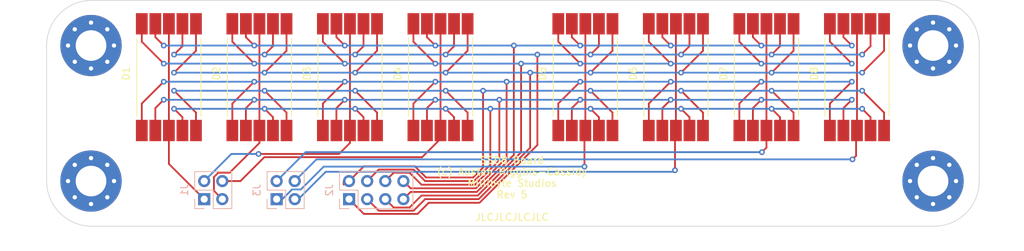
<source format=kicad_pcb>
(kicad_pcb (version 20171130) (host pcbnew "(5.1.8)-1")

  (general
    (thickness 1.6)
    (drawings 10)
    (tracks 393)
    (zones 0)
    (modules 15)
    (nets 17)
  )

  (page A4)
  (layers
    (0 F.Cu signal)
    (31 B.Cu signal)
    (32 B.Adhes user)
    (33 F.Adhes user)
    (34 B.Paste user)
    (35 F.Paste user)
    (36 B.SilkS user)
    (37 F.SilkS user)
    (38 B.Mask user)
    (39 F.Mask user)
    (40 Dwgs.User user)
    (41 Cmts.User user)
    (42 Eco1.User user)
    (43 Eco2.User user)
    (44 Edge.Cuts user)
    (45 Margin user)
    (46 B.CrtYd user)
    (47 F.CrtYd user)
    (48 B.Fab user)
    (49 F.Fab user)
  )

  (setup
    (last_trace_width 0.25)
    (trace_clearance 0.2)
    (zone_clearance 0.508)
    (zone_45_only no)
    (trace_min 0.2)
    (via_size 0.8)
    (via_drill 0.4)
    (via_min_size 0.4)
    (via_min_drill 0.3)
    (uvia_size 0.3)
    (uvia_drill 0.1)
    (uvias_allowed no)
    (uvia_min_size 0.2)
    (uvia_min_drill 0.1)
    (edge_width 0.1)
    (segment_width 0.2)
    (pcb_text_width 0.3)
    (pcb_text_size 1.5 1.5)
    (mod_edge_width 0.15)
    (mod_text_size 1 1)
    (mod_text_width 0.15)
    (pad_size 1.524 1.524)
    (pad_drill 0.762)
    (pad_to_mask_clearance 0)
    (aux_axis_origin 0 0)
    (visible_elements 7FFFFFFF)
    (pcbplotparams
      (layerselection 0x010fc_ffffffff)
      (usegerberextensions false)
      (usegerberattributes true)
      (usegerberadvancedattributes true)
      (creategerberjobfile true)
      (excludeedgelayer true)
      (linewidth 0.100000)
      (plotframeref false)
      (viasonmask false)
      (mode 1)
      (useauxorigin false)
      (hpglpennumber 1)
      (hpglpenspeed 20)
      (hpglpendiameter 15.000000)
      (psnegative false)
      (psa4output false)
      (plotreference true)
      (plotvalue true)
      (plotinvisibletext false)
      (padsonsilk false)
      (subtractmaskfromsilk false)
      (outputformat 1)
      (mirror false)
      (drillshape 0)
      (scaleselection 1)
      (outputdirectory "SSD8/"))
  )

  (net 0 "")
  (net 1 /SEG_G)
  (net 2 /SEG_F)
  (net 3 /DIG_0)
  (net 4 /SEG_A)
  (net 5 /SEG_B)
  (net 6 /SEG_DP)
  (net 7 /SEG_C)
  (net 8 /SEG_D)
  (net 9 /SEG_E)
  (net 10 /DIG_4)
  (net 11 /DIG_1)
  (net 12 /DIG_5)
  (net 13 /DIG_2)
  (net 14 /DIG_6)
  (net 15 /DIG_3)
  (net 16 /DIG_7)

  (net_class Default "This is the default net class."
    (clearance 0.2)
    (trace_width 0.25)
    (via_dia 0.8)
    (via_drill 0.4)
    (uvia_dia 0.3)
    (uvia_drill 0.1)
    (add_net /DIG_0)
    (add_net /DIG_1)
    (add_net /DIG_2)
    (add_net /DIG_3)
    (add_net /DIG_4)
    (add_net /DIG_5)
    (add_net /DIG_6)
    (add_net /DIG_7)
    (add_net /SEG_A)
    (add_net /SEG_B)
    (add_net /SEG_C)
    (add_net /SEG_D)
    (add_net /SEG_DP)
    (add_net /SEG_E)
    (add_net /SEG_F)
    (add_net /SEG_G)
  )

  (module Connector_PinSocket_2.54mm:PinSocket_2x04_P2.54mm_Vertical (layer B.Cu) (tedit 5A19A422) (tstamp 6010280C)
    (at 55.88 40.64 270)
    (descr "Through hole straight socket strip, 2x04, 2.54mm pitch, double cols (from Kicad 4.0.7), script generated")
    (tags "Through hole socket strip THT 2x04 2.54mm double row")
    (path /60134827)
    (fp_text reference J2 (at -1.27 2.77 270) (layer B.SilkS)
      (effects (font (size 1 1) (thickness 0.15)) (justify mirror))
    )
    (fp_text value Conn_02x04_Odd_Even (at -1.27 -10.39 270) (layer B.Fab)
      (effects (font (size 1 1) (thickness 0.15)) (justify mirror))
    )
    (fp_line (start -3.81 1.27) (end 0.27 1.27) (layer B.Fab) (width 0.1))
    (fp_line (start 0.27 1.27) (end 1.27 0.27) (layer B.Fab) (width 0.1))
    (fp_line (start 1.27 0.27) (end 1.27 -8.89) (layer B.Fab) (width 0.1))
    (fp_line (start 1.27 -8.89) (end -3.81 -8.89) (layer B.Fab) (width 0.1))
    (fp_line (start -3.81 -8.89) (end -3.81 1.27) (layer B.Fab) (width 0.1))
    (fp_line (start -3.87 1.33) (end -1.27 1.33) (layer B.SilkS) (width 0.12))
    (fp_line (start -3.87 1.33) (end -3.87 -8.95) (layer B.SilkS) (width 0.12))
    (fp_line (start -3.87 -8.95) (end 1.33 -8.95) (layer B.SilkS) (width 0.12))
    (fp_line (start 1.33 -1.27) (end 1.33 -8.95) (layer B.SilkS) (width 0.12))
    (fp_line (start -1.27 -1.27) (end 1.33 -1.27) (layer B.SilkS) (width 0.12))
    (fp_line (start -1.27 1.33) (end -1.27 -1.27) (layer B.SilkS) (width 0.12))
    (fp_line (start 1.33 1.33) (end 1.33 0) (layer B.SilkS) (width 0.12))
    (fp_line (start 0 1.33) (end 1.33 1.33) (layer B.SilkS) (width 0.12))
    (fp_line (start -4.34 1.8) (end 1.76 1.8) (layer B.CrtYd) (width 0.05))
    (fp_line (start 1.76 1.8) (end 1.76 -9.4) (layer B.CrtYd) (width 0.05))
    (fp_line (start 1.76 -9.4) (end -4.34 -9.4) (layer B.CrtYd) (width 0.05))
    (fp_line (start -4.34 -9.4) (end -4.34 1.8) (layer B.CrtYd) (width 0.05))
    (fp_text user %R (at -1.27 -3.81) (layer B.Fab)
      (effects (font (size 1 1) (thickness 0.15)) (justify mirror))
    )
    (pad 1 thru_hole rect (at 0 0 270) (size 1.7 1.7) (drill 1) (layers *.Cu *.Mask)
      (net 2 /SEG_F))
    (pad 2 thru_hole oval (at -2.54 0 270) (size 1.7 1.7) (drill 1) (layers *.Cu *.Mask)
      (net 9 /SEG_E))
    (pad 3 thru_hole oval (at 0 -2.54 270) (size 1.7 1.7) (drill 1) (layers *.Cu *.Mask)
      (net 1 /SEG_G))
    (pad 4 thru_hole oval (at -2.54 -2.54 270) (size 1.7 1.7) (drill 1) (layers *.Cu *.Mask)
      (net 8 /SEG_D))
    (pad 5 thru_hole oval (at 0 -5.08 270) (size 1.7 1.7) (drill 1) (layers *.Cu *.Mask)
      (net 5 /SEG_B))
    (pad 6 thru_hole oval (at -2.54 -5.08 270) (size 1.7 1.7) (drill 1) (layers *.Cu *.Mask)
      (net 7 /SEG_C))
    (pad 7 thru_hole oval (at 0 -7.62 270) (size 1.7 1.7) (drill 1) (layers *.Cu *.Mask)
      (net 4 /SEG_A))
    (pad 8 thru_hole oval (at -2.54 -7.62 270) (size 1.7 1.7) (drill 1) (layers *.Cu *.Mask)
      (net 6 /SEG_DP))
    (model ${KISYS3DMOD}/Connector_PinSocket_2.54mm.3dshapes/PinSocket_2x04_P2.54mm_Vertical.wrl
      (at (xyz 0 0 0))
      (scale (xyz 1 1 1))
      (rotate (xyz 0 0 0))
    )
  )

  (module Disarmed:MountingHole_4.3mm_M4_Pad_Via (layer F.Cu) (tedit 5FFEF6A9) (tstamp 60102FB1)
    (at 19.685 38.1)
    (descr "Mounting Hole 4.3mm, M4")
    (tags "mounting hole 4.3mm m4")
    (attr virtual)
    (fp_text reference REF** (at 0 -5.3) (layer F.SilkS) hide
      (effects (font (size 1 1) (thickness 0.15)))
    )
    (fp_text value MountingHole_4.3mm_M4_Pad_Via (at 0 5.3) (layer F.Fab)
      (effects (font (size 1 1) (thickness 0.15)))
    )
    (fp_circle (center 0 0) (end 4.55 0) (layer F.CrtYd) (width 0.05))
    (fp_circle (center 0 0) (end 4.3 0) (layer Cmts.User) (width 0.15))
    (fp_text user %R (at 0.3 0) (layer F.Fab)
      (effects (font (size 1 1) (thickness 0.15)))
    )
    (pad "" np_thru_hole circle (at 0 0) (size 8.6 8.6) (drill 4.3) (layers *.Cu *.Mask))
    (pad "" np_thru_hole circle (at 3.225 0) (size 0.9 0.9) (drill 0.6) (layers *.Cu *.Mask))
    (pad "" np_thru_hole circle (at 2.280419 2.280419) (size 0.9 0.9) (drill 0.6) (layers *.Cu *.Mask))
    (pad "" np_thru_hole circle (at 0 3.225) (size 0.9 0.9) (drill 0.6) (layers *.Cu *.Mask))
    (pad "" np_thru_hole circle (at -2.280419 2.280419) (size 0.9 0.9) (drill 0.6) (layers *.Cu *.Mask))
    (pad "" np_thru_hole circle (at -3.225 0) (size 0.9 0.9) (drill 0.6) (layers *.Cu *.Mask))
    (pad "" np_thru_hole circle (at -2.280419 -2.280419) (size 0.9 0.9) (drill 0.6) (layers *.Cu *.Mask))
    (pad "" np_thru_hole circle (at 0 -3.225) (size 0.9 0.9) (drill 0.6) (layers *.Cu *.Mask))
    (pad "" np_thru_hole circle (at 2.280419 -2.280419) (size 0.9 0.9) (drill 0.6) (layers *.Cu *.Mask))
  )

  (module Disarmed:MountingHole_4.3mm_M4_Pad_Via (layer F.Cu) (tedit 5FFEF6A9) (tstamp 60102F56)
    (at 19.685 19.05)
    (descr "Mounting Hole 4.3mm, M4")
    (tags "mounting hole 4.3mm m4")
    (attr virtual)
    (fp_text reference REF** (at 0 -5.3) (layer F.SilkS) hide
      (effects (font (size 1 1) (thickness 0.15)))
    )
    (fp_text value MountingHole_4.3mm_M4_Pad_Via (at 0 5.3) (layer F.Fab)
      (effects (font (size 1 1) (thickness 0.15)))
    )
    (fp_circle (center 0 0) (end 4.55 0) (layer F.CrtYd) (width 0.05))
    (fp_circle (center 0 0) (end 4.3 0) (layer Cmts.User) (width 0.15))
    (fp_text user %R (at 0.3 0) (layer F.Fab)
      (effects (font (size 1 1) (thickness 0.15)))
    )
    (pad "" np_thru_hole circle (at 0 0) (size 8.6 8.6) (drill 4.3) (layers *.Cu *.Mask))
    (pad "" np_thru_hole circle (at 3.225 0) (size 0.9 0.9) (drill 0.6) (layers *.Cu *.Mask))
    (pad "" np_thru_hole circle (at 2.280419 2.280419) (size 0.9 0.9) (drill 0.6) (layers *.Cu *.Mask))
    (pad "" np_thru_hole circle (at 0 3.225) (size 0.9 0.9) (drill 0.6) (layers *.Cu *.Mask))
    (pad "" np_thru_hole circle (at -2.280419 2.280419) (size 0.9 0.9) (drill 0.6) (layers *.Cu *.Mask))
    (pad "" np_thru_hole circle (at -3.225 0) (size 0.9 0.9) (drill 0.6) (layers *.Cu *.Mask))
    (pad "" np_thru_hole circle (at -2.280419 -2.280419) (size 0.9 0.9) (drill 0.6) (layers *.Cu *.Mask))
    (pad "" np_thru_hole circle (at 0 -3.225) (size 0.9 0.9) (drill 0.6) (layers *.Cu *.Mask))
    (pad "" np_thru_hole circle (at 2.280419 -2.280419) (size 0.9 0.9) (drill 0.6) (layers *.Cu *.Mask))
  )

  (module Disarmed:MountingHole_4.3mm_M4_Pad_Via (layer F.Cu) (tedit 5FFEF6A9) (tstamp 60102EFB)
    (at 137.795 38.1)
    (descr "Mounting Hole 4.3mm, M4")
    (tags "mounting hole 4.3mm m4")
    (attr virtual)
    (fp_text reference REF** (at 0 -5.3) (layer F.SilkS) hide
      (effects (font (size 1 1) (thickness 0.15)))
    )
    (fp_text value MountingHole_4.3mm_M4_Pad_Via (at 0 5.3) (layer F.Fab)
      (effects (font (size 1 1) (thickness 0.15)))
    )
    (fp_circle (center 0 0) (end 4.55 0) (layer F.CrtYd) (width 0.05))
    (fp_circle (center 0 0) (end 4.3 0) (layer Cmts.User) (width 0.15))
    (fp_text user %R (at 0.3 0) (layer F.Fab)
      (effects (font (size 1 1) (thickness 0.15)))
    )
    (pad "" np_thru_hole circle (at 0 0) (size 8.6 8.6) (drill 4.3) (layers *.Cu *.Mask))
    (pad "" np_thru_hole circle (at 3.225 0) (size 0.9 0.9) (drill 0.6) (layers *.Cu *.Mask))
    (pad "" np_thru_hole circle (at 2.280419 2.280419) (size 0.9 0.9) (drill 0.6) (layers *.Cu *.Mask))
    (pad "" np_thru_hole circle (at 0 3.225) (size 0.9 0.9) (drill 0.6) (layers *.Cu *.Mask))
    (pad "" np_thru_hole circle (at -2.280419 2.280419) (size 0.9 0.9) (drill 0.6) (layers *.Cu *.Mask))
    (pad "" np_thru_hole circle (at -3.225 0) (size 0.9 0.9) (drill 0.6) (layers *.Cu *.Mask))
    (pad "" np_thru_hole circle (at -2.280419 -2.280419) (size 0.9 0.9) (drill 0.6) (layers *.Cu *.Mask))
    (pad "" np_thru_hole circle (at 0 -3.225) (size 0.9 0.9) (drill 0.6) (layers *.Cu *.Mask))
    (pad "" np_thru_hole circle (at 2.280419 -2.280419) (size 0.9 0.9) (drill 0.6) (layers *.Cu *.Mask))
  )

  (module Disarmed:MountingHole_4.3mm_M4_Pad_Via (layer F.Cu) (tedit 5FFEF6A9) (tstamp 60102EA0)
    (at 137.795 19.05)
    (descr "Mounting Hole 4.3mm, M4")
    (tags "mounting hole 4.3mm m4")
    (attr virtual)
    (fp_text reference REF** (at 0 -5.3) (layer F.SilkS) hide
      (effects (font (size 1 1) (thickness 0.15)))
    )
    (fp_text value MountingHole_4.3mm_M4_Pad_Via (at 0 5.3) (layer F.Fab)
      (effects (font (size 1 1) (thickness 0.15)))
    )
    (fp_circle (center 0 0) (end 4.55 0) (layer F.CrtYd) (width 0.05))
    (fp_circle (center 0 0) (end 4.3 0) (layer Cmts.User) (width 0.15))
    (fp_text user %R (at 0.3 0) (layer F.Fab)
      (effects (font (size 1 1) (thickness 0.15)))
    )
    (pad "" np_thru_hole circle (at 0 0) (size 8.6 8.6) (drill 4.3) (layers *.Cu *.Mask))
    (pad "" np_thru_hole circle (at 3.225 0) (size 0.9 0.9) (drill 0.6) (layers *.Cu *.Mask))
    (pad "" np_thru_hole circle (at 2.280419 2.280419) (size 0.9 0.9) (drill 0.6) (layers *.Cu *.Mask))
    (pad "" np_thru_hole circle (at 0 3.225) (size 0.9 0.9) (drill 0.6) (layers *.Cu *.Mask))
    (pad "" np_thru_hole circle (at -2.280419 2.280419) (size 0.9 0.9) (drill 0.6) (layers *.Cu *.Mask))
    (pad "" np_thru_hole circle (at -3.225 0) (size 0.9 0.9) (drill 0.6) (layers *.Cu *.Mask))
    (pad "" np_thru_hole circle (at -2.280419 -2.280419) (size 0.9 0.9) (drill 0.6) (layers *.Cu *.Mask))
    (pad "" np_thru_hole circle (at 0 -3.225) (size 0.9 0.9) (drill 0.6) (layers *.Cu *.Mask))
    (pad "" np_thru_hole circle (at 2.280419 -2.280419) (size 0.9 0.9) (drill 0.6) (layers *.Cu *.Mask))
  )

  (module Disarmed:VDMRX10C0 (layer F.Cu) (tedit 600F4568) (tstamp 600FBAF1)
    (at 68.707 23.495)
    (path /60748DE7)
    (fp_text reference D4 (at -6 -0.5 90) (layer F.SilkS)
      (effects (font (size 1 1) (thickness 0.15)))
    )
    (fp_text value HDSP-5500 (at 0 0 90) (layer F.Fab)
      (effects (font (size 1 1) (thickness 0.15)))
    )
    (fp_line (start 4.5 5.5) (end 4.5 -5.5) (layer F.SilkS) (width 0.12))
    (fp_line (start -4.5 5.5) (end -4.5 -5.5) (layer F.SilkS) (width 0.12))
    (fp_line (start -5.5 -9.5) (end -5.5 9.5) (layer F.CrtYd) (width 0.12))
    (fp_line (start -5.5 9.5) (end 5.5 9.5) (layer F.CrtYd) (width 0.12))
    (fp_line (start 5.5 9.5) (end 5.5 -9.5) (layer F.CrtYd) (width 0.12))
    (fp_line (start 5.5 -9.5) (end -5.5 -9.5) (layer F.CrtYd) (width 0.12))
    (fp_line (start -5 -6) (end -5 6) (layer F.Fab) (width 0.12))
    (fp_line (start -5 6) (end 5 6) (layer F.Fab) (width 0.12))
    (fp_line (start 5 6) (end 5 -6) (layer F.Fab) (width 0.12))
    (fp_line (start 5 -6) (end -5 -6) (layer F.Fab) (width 0.12))
    (pad 10 smd rect (at 3.8 -7.5) (size 1.65 3) (layers F.Cu F.Paste F.Mask)
      (net 1 /SEG_G) (clearance 0.2875))
    (pad 9 smd rect (at 1.9 -7.5) (size 1.65 3) (layers F.Cu F.Paste F.Mask)
      (net 2 /SEG_F) (clearance 0.2875))
    (pad 8 smd rect (at 0 -7.5) (size 1.65 3) (layers F.Cu F.Paste F.Mask)
      (net 15 /DIG_3) (clearance 0.2875))
    (pad 7 smd rect (at -1.9 -7.5) (size 1.65 3) (layers F.Cu F.Paste F.Mask)
      (net 4 /SEG_A) (clearance 0.2875))
    (pad 6 smd rect (at -3.8 -7.5) (size 1.65 3) (layers F.Cu F.Paste F.Mask)
      (net 5 /SEG_B) (clearance 0.2875))
    (pad 5 smd rect (at -3.8 7.5) (size 1.65 3) (layers F.Cu F.Paste F.Mask)
      (net 6 /SEG_DP) (clearance 0.2875))
    (pad 4 smd rect (at -1.9 7.5) (size 1.65 3) (layers F.Cu F.Paste F.Mask)
      (net 7 /SEG_C) (clearance 0.2875))
    (pad 3 smd rect (at 0 7.5) (size 1.65 3) (layers F.Cu F.Paste F.Mask)
      (net 15 /DIG_3) (clearance 0.2875))
    (pad 2 smd rect (at 1.9 7.5) (size 1.65 3) (layers F.Cu F.Paste F.Mask)
      (net 8 /SEG_D) (clearance 0.2875))
    (pad 1 smd rect (at 3.8 7.5) (size 1.65 3) (layers F.Cu F.Paste F.Mask)
      (net 9 /SEG_E) (clearance 0.2875))
  )

  (module Disarmed:VDMRX10C0 (layer F.Cu) (tedit 600F4568) (tstamp 600F4C88)
    (at 30.607 23.495)
    (path /60748DDB)
    (fp_text reference D1 (at -6 -0.5 90) (layer F.SilkS)
      (effects (font (size 1 1) (thickness 0.15)))
    )
    (fp_text value HDSP-5500 (at 0 0 90) (layer F.Fab)
      (effects (font (size 1 1) (thickness 0.15)))
    )
    (fp_line (start 4.5 5.5) (end 4.5 -5.5) (layer F.SilkS) (width 0.12))
    (fp_line (start -4.5 5.5) (end -4.5 -5.5) (layer F.SilkS) (width 0.12))
    (fp_line (start -5.5 -9.5) (end -5.5 9.5) (layer F.CrtYd) (width 0.12))
    (fp_line (start -5.5 9.5) (end 5.5 9.5) (layer F.CrtYd) (width 0.12))
    (fp_line (start 5.5 9.5) (end 5.5 -9.5) (layer F.CrtYd) (width 0.12))
    (fp_line (start 5.5 -9.5) (end -5.5 -9.5) (layer F.CrtYd) (width 0.12))
    (fp_line (start -5 -6) (end -5 6) (layer F.Fab) (width 0.12))
    (fp_line (start -5 6) (end 5 6) (layer F.Fab) (width 0.12))
    (fp_line (start 5 6) (end 5 -6) (layer F.Fab) (width 0.12))
    (fp_line (start 5 -6) (end -5 -6) (layer F.Fab) (width 0.12))
    (pad 10 smd rect (at 3.8 -7.5) (size 1.65 3) (layers F.Cu F.Paste F.Mask)
      (net 1 /SEG_G) (clearance 0.2875))
    (pad 9 smd rect (at 1.9 -7.5) (size 1.65 3) (layers F.Cu F.Paste F.Mask)
      (net 2 /SEG_F) (clearance 0.2875))
    (pad 8 smd rect (at 0 -7.5) (size 1.65 3) (layers F.Cu F.Paste F.Mask)
      (net 3 /DIG_0) (clearance 0.2875))
    (pad 7 smd rect (at -1.9 -7.5) (size 1.65 3) (layers F.Cu F.Paste F.Mask)
      (net 4 /SEG_A) (clearance 0.2875))
    (pad 6 smd rect (at -3.8 -7.5) (size 1.65 3) (layers F.Cu F.Paste F.Mask)
      (net 5 /SEG_B) (clearance 0.2875))
    (pad 5 smd rect (at -3.8 7.5) (size 1.65 3) (layers F.Cu F.Paste F.Mask)
      (net 6 /SEG_DP) (clearance 0.2875))
    (pad 4 smd rect (at -1.9 7.5) (size 1.65 3) (layers F.Cu F.Paste F.Mask)
      (net 7 /SEG_C) (clearance 0.2875))
    (pad 3 smd rect (at 0 7.5) (size 1.65 3) (layers F.Cu F.Paste F.Mask)
      (net 3 /DIG_0) (clearance 0.2875))
    (pad 2 smd rect (at 1.9 7.5) (size 1.65 3) (layers F.Cu F.Paste F.Mask)
      (net 8 /SEG_D) (clearance 0.2875))
    (pad 1 smd rect (at 3.8 7.5) (size 1.65 3) (layers F.Cu F.Paste F.Mask)
      (net 9 /SEG_E) (clearance 0.2875))
  )

  (module Disarmed:VDMRX10C0 (layer F.Cu) (tedit 600F4568) (tstamp 600F5069)
    (at 89.027 23.495)
    (path /6046EB5C)
    (fp_text reference D5 (at -6 -0.5 90) (layer F.SilkS)
      (effects (font (size 1 1) (thickness 0.15)))
    )
    (fp_text value HDSP-5500 (at 0 0 90) (layer F.Fab)
      (effects (font (size 1 1) (thickness 0.15)))
    )
    (fp_line (start 4.5 5.5) (end 4.5 -5.5) (layer F.SilkS) (width 0.12))
    (fp_line (start -4.5 5.5) (end -4.5 -5.5) (layer F.SilkS) (width 0.12))
    (fp_line (start -5.5 -9.5) (end -5.5 9.5) (layer F.CrtYd) (width 0.12))
    (fp_line (start -5.5 9.5) (end 5.5 9.5) (layer F.CrtYd) (width 0.12))
    (fp_line (start 5.5 9.5) (end 5.5 -9.5) (layer F.CrtYd) (width 0.12))
    (fp_line (start 5.5 -9.5) (end -5.5 -9.5) (layer F.CrtYd) (width 0.12))
    (fp_line (start -5 -6) (end -5 6) (layer F.Fab) (width 0.12))
    (fp_line (start -5 6) (end 5 6) (layer F.Fab) (width 0.12))
    (fp_line (start 5 6) (end 5 -6) (layer F.Fab) (width 0.12))
    (fp_line (start 5 -6) (end -5 -6) (layer F.Fab) (width 0.12))
    (pad 10 smd rect (at 3.8 -7.5) (size 1.65 3) (layers F.Cu F.Paste F.Mask)
      (net 1 /SEG_G) (clearance 0.2875))
    (pad 9 smd rect (at 1.9 -7.5) (size 1.65 3) (layers F.Cu F.Paste F.Mask)
      (net 2 /SEG_F) (clearance 0.2875))
    (pad 8 smd rect (at 0 -7.5) (size 1.65 3) (layers F.Cu F.Paste F.Mask)
      (net 10 /DIG_4) (clearance 0.2875))
    (pad 7 smd rect (at -1.9 -7.5) (size 1.65 3) (layers F.Cu F.Paste F.Mask)
      (net 4 /SEG_A) (clearance 0.2875))
    (pad 6 smd rect (at -3.8 -7.5) (size 1.65 3) (layers F.Cu F.Paste F.Mask)
      (net 5 /SEG_B) (clearance 0.2875))
    (pad 5 smd rect (at -3.8 7.5) (size 1.65 3) (layers F.Cu F.Paste F.Mask)
      (net 6 /SEG_DP) (clearance 0.2875))
    (pad 4 smd rect (at -1.9 7.5) (size 1.65 3) (layers F.Cu F.Paste F.Mask)
      (net 7 /SEG_C) (clearance 0.2875))
    (pad 3 smd rect (at 0 7.5) (size 1.65 3) (layers F.Cu F.Paste F.Mask)
      (net 10 /DIG_4) (clearance 0.2875))
    (pad 2 smd rect (at 1.9 7.5) (size 1.65 3) (layers F.Cu F.Paste F.Mask)
      (net 8 /SEG_D) (clearance 0.2875))
    (pad 1 smd rect (at 3.8 7.5) (size 1.65 3) (layers F.Cu F.Paste F.Mask)
      (net 9 /SEG_E) (clearance 0.2875))
  )

  (module Disarmed:VDMRX10C0 (layer F.Cu) (tedit 600F4568) (tstamp 600F4CB8)
    (at 43.307 23.495)
    (path /60748DD5)
    (fp_text reference D2 (at -6 -0.5 90) (layer F.SilkS)
      (effects (font (size 1 1) (thickness 0.15)))
    )
    (fp_text value HDSP-5500 (at 0 0 90) (layer F.Fab)
      (effects (font (size 1 1) (thickness 0.15)))
    )
    (fp_line (start 5 -6) (end -5 -6) (layer F.Fab) (width 0.12))
    (fp_line (start 5 6) (end 5 -6) (layer F.Fab) (width 0.12))
    (fp_line (start -5 6) (end 5 6) (layer F.Fab) (width 0.12))
    (fp_line (start -5 -6) (end -5 6) (layer F.Fab) (width 0.12))
    (fp_line (start 5.5 -9.5) (end -5.5 -9.5) (layer F.CrtYd) (width 0.12))
    (fp_line (start 5.5 9.5) (end 5.5 -9.5) (layer F.CrtYd) (width 0.12))
    (fp_line (start -5.5 9.5) (end 5.5 9.5) (layer F.CrtYd) (width 0.12))
    (fp_line (start -5.5 -9.5) (end -5.5 9.5) (layer F.CrtYd) (width 0.12))
    (fp_line (start -4.5 5.5) (end -4.5 -5.5) (layer F.SilkS) (width 0.12))
    (fp_line (start 4.5 5.5) (end 4.5 -5.5) (layer F.SilkS) (width 0.12))
    (pad 1 smd rect (at 3.8 7.5) (size 1.65 3) (layers F.Cu F.Paste F.Mask)
      (net 9 /SEG_E) (clearance 0.2875))
    (pad 2 smd rect (at 1.9 7.5) (size 1.65 3) (layers F.Cu F.Paste F.Mask)
      (net 8 /SEG_D) (clearance 0.2875))
    (pad 3 smd rect (at 0 7.5) (size 1.65 3) (layers F.Cu F.Paste F.Mask)
      (net 11 /DIG_1) (clearance 0.2875))
    (pad 4 smd rect (at -1.9 7.5) (size 1.65 3) (layers F.Cu F.Paste F.Mask)
      (net 7 /SEG_C) (clearance 0.2875))
    (pad 5 smd rect (at -3.8 7.5) (size 1.65 3) (layers F.Cu F.Paste F.Mask)
      (net 6 /SEG_DP) (clearance 0.2875))
    (pad 6 smd rect (at -3.8 -7.5) (size 1.65 3) (layers F.Cu F.Paste F.Mask)
      (net 5 /SEG_B) (clearance 0.2875))
    (pad 7 smd rect (at -1.9 -7.5) (size 1.65 3) (layers F.Cu F.Paste F.Mask)
      (net 4 /SEG_A) (clearance 0.2875))
    (pad 8 smd rect (at 0 -7.5) (size 1.65 3) (layers F.Cu F.Paste F.Mask)
      (net 11 /DIG_1) (clearance 0.2875))
    (pad 9 smd rect (at 1.9 -7.5) (size 1.65 3) (layers F.Cu F.Paste F.Mask)
      (net 2 /SEG_F) (clearance 0.2875))
    (pad 10 smd rect (at 3.8 -7.5) (size 1.65 3) (layers F.Cu F.Paste F.Mask)
      (net 1 /SEG_G) (clearance 0.2875))
  )

  (module Disarmed:VDMRX10C0 (layer F.Cu) (tedit 600F4568) (tstamp 600F4CD0)
    (at 101.727 23.495)
    (path /6046EB56)
    (fp_text reference D6 (at -6 -0.5 90) (layer F.SilkS)
      (effects (font (size 1 1) (thickness 0.15)))
    )
    (fp_text value HDSP-5500 (at 0 0 90) (layer F.Fab)
      (effects (font (size 1 1) (thickness 0.15)))
    )
    (fp_line (start 5 -6) (end -5 -6) (layer F.Fab) (width 0.12))
    (fp_line (start 5 6) (end 5 -6) (layer F.Fab) (width 0.12))
    (fp_line (start -5 6) (end 5 6) (layer F.Fab) (width 0.12))
    (fp_line (start -5 -6) (end -5 6) (layer F.Fab) (width 0.12))
    (fp_line (start 5.5 -9.5) (end -5.5 -9.5) (layer F.CrtYd) (width 0.12))
    (fp_line (start 5.5 9.5) (end 5.5 -9.5) (layer F.CrtYd) (width 0.12))
    (fp_line (start -5.5 9.5) (end 5.5 9.5) (layer F.CrtYd) (width 0.12))
    (fp_line (start -5.5 -9.5) (end -5.5 9.5) (layer F.CrtYd) (width 0.12))
    (fp_line (start -4.5 5.5) (end -4.5 -5.5) (layer F.SilkS) (width 0.12))
    (fp_line (start 4.5 5.5) (end 4.5 -5.5) (layer F.SilkS) (width 0.12))
    (pad 1 smd rect (at 3.8 7.5) (size 1.65 3) (layers F.Cu F.Paste F.Mask)
      (net 9 /SEG_E) (clearance 0.2875))
    (pad 2 smd rect (at 1.9 7.5) (size 1.65 3) (layers F.Cu F.Paste F.Mask)
      (net 8 /SEG_D) (clearance 0.2875))
    (pad 3 smd rect (at 0 7.5) (size 1.65 3) (layers F.Cu F.Paste F.Mask)
      (net 12 /DIG_5) (clearance 0.2875))
    (pad 4 smd rect (at -1.9 7.5) (size 1.65 3) (layers F.Cu F.Paste F.Mask)
      (net 7 /SEG_C) (clearance 0.2875))
    (pad 5 smd rect (at -3.8 7.5) (size 1.65 3) (layers F.Cu F.Paste F.Mask)
      (net 6 /SEG_DP) (clearance 0.2875))
    (pad 6 smd rect (at -3.8 -7.5) (size 1.65 3) (layers F.Cu F.Paste F.Mask)
      (net 5 /SEG_B) (clearance 0.2875))
    (pad 7 smd rect (at -1.9 -7.5) (size 1.65 3) (layers F.Cu F.Paste F.Mask)
      (net 4 /SEG_A) (clearance 0.2875))
    (pad 8 smd rect (at 0 -7.5) (size 1.65 3) (layers F.Cu F.Paste F.Mask)
      (net 12 /DIG_5) (clearance 0.2875))
    (pad 9 smd rect (at 1.9 -7.5) (size 1.65 3) (layers F.Cu F.Paste F.Mask)
      (net 2 /SEG_F) (clearance 0.2875))
    (pad 10 smd rect (at 3.8 -7.5) (size 1.65 3) (layers F.Cu F.Paste F.Mask)
      (net 1 /SEG_G) (clearance 0.2875))
  )

  (module Disarmed:VDMRX10C0 (layer F.Cu) (tedit 600F4568) (tstamp 600F4CE8)
    (at 56.007 23.495)
    (path /60748DE1)
    (fp_text reference D3 (at -6 -0.5 90) (layer F.SilkS)
      (effects (font (size 1 1) (thickness 0.15)))
    )
    (fp_text value HDSP-5500 (at 0 0 90) (layer F.Fab)
      (effects (font (size 1 1) (thickness 0.15)))
    )
    (fp_line (start 5 -6) (end -5 -6) (layer F.Fab) (width 0.12))
    (fp_line (start 5 6) (end 5 -6) (layer F.Fab) (width 0.12))
    (fp_line (start -5 6) (end 5 6) (layer F.Fab) (width 0.12))
    (fp_line (start -5 -6) (end -5 6) (layer F.Fab) (width 0.12))
    (fp_line (start 5.5 -9.5) (end -5.5 -9.5) (layer F.CrtYd) (width 0.12))
    (fp_line (start 5.5 9.5) (end 5.5 -9.5) (layer F.CrtYd) (width 0.12))
    (fp_line (start -5.5 9.5) (end 5.5 9.5) (layer F.CrtYd) (width 0.12))
    (fp_line (start -5.5 -9.5) (end -5.5 9.5) (layer F.CrtYd) (width 0.12))
    (fp_line (start -4.5 5.5) (end -4.5 -5.5) (layer F.SilkS) (width 0.12))
    (fp_line (start 4.5 5.5) (end 4.5 -5.5) (layer F.SilkS) (width 0.12))
    (pad 1 smd rect (at 3.8 7.5) (size 1.65 3) (layers F.Cu F.Paste F.Mask)
      (net 9 /SEG_E) (clearance 0.2875))
    (pad 2 smd rect (at 1.9 7.5) (size 1.65 3) (layers F.Cu F.Paste F.Mask)
      (net 8 /SEG_D) (clearance 0.2875))
    (pad 3 smd rect (at 0 7.5) (size 1.65 3) (layers F.Cu F.Paste F.Mask)
      (net 13 /DIG_2) (clearance 0.2875))
    (pad 4 smd rect (at -1.9 7.5) (size 1.65 3) (layers F.Cu F.Paste F.Mask)
      (net 7 /SEG_C) (clearance 0.2875))
    (pad 5 smd rect (at -3.8 7.5) (size 1.65 3) (layers F.Cu F.Paste F.Mask)
      (net 6 /SEG_DP) (clearance 0.2875))
    (pad 6 smd rect (at -3.8 -7.5) (size 1.65 3) (layers F.Cu F.Paste F.Mask)
      (net 5 /SEG_B) (clearance 0.2875))
    (pad 7 smd rect (at -1.9 -7.5) (size 1.65 3) (layers F.Cu F.Paste F.Mask)
      (net 4 /SEG_A) (clearance 0.2875))
    (pad 8 smd rect (at 0 -7.5) (size 1.65 3) (layers F.Cu F.Paste F.Mask)
      (net 13 /DIG_2) (clearance 0.2875))
    (pad 9 smd rect (at 1.9 -7.5) (size 1.65 3) (layers F.Cu F.Paste F.Mask)
      (net 2 /SEG_F) (clearance 0.2875))
    (pad 10 smd rect (at 3.8 -7.5) (size 1.65 3) (layers F.Cu F.Paste F.Mask)
      (net 1 /SEG_G) (clearance 0.2875))
  )

  (module Disarmed:VDMRX10C0 (layer F.Cu) (tedit 600F4568) (tstamp 600F4F9A)
    (at 114.427 23.495)
    (path /6046EB62)
    (fp_text reference D7 (at -6 -0.5 90) (layer F.SilkS)
      (effects (font (size 1 1) (thickness 0.15)))
    )
    (fp_text value HDSP-5500 (at 0 0 90) (layer F.Fab)
      (effects (font (size 1 1) (thickness 0.15)))
    )
    (fp_line (start 5 -6) (end -5 -6) (layer F.Fab) (width 0.12))
    (fp_line (start 5 6) (end 5 -6) (layer F.Fab) (width 0.12))
    (fp_line (start -5 6) (end 5 6) (layer F.Fab) (width 0.12))
    (fp_line (start -5 -6) (end -5 6) (layer F.Fab) (width 0.12))
    (fp_line (start 5.5 -9.5) (end -5.5 -9.5) (layer F.CrtYd) (width 0.12))
    (fp_line (start 5.5 9.5) (end 5.5 -9.5) (layer F.CrtYd) (width 0.12))
    (fp_line (start -5.5 9.5) (end 5.5 9.5) (layer F.CrtYd) (width 0.12))
    (fp_line (start -5.5 -9.5) (end -5.5 9.5) (layer F.CrtYd) (width 0.12))
    (fp_line (start -4.5 5.5) (end -4.5 -5.5) (layer F.SilkS) (width 0.12))
    (fp_line (start 4.5 5.5) (end 4.5 -5.5) (layer F.SilkS) (width 0.12))
    (pad 1 smd rect (at 3.8 7.5) (size 1.65 3) (layers F.Cu F.Paste F.Mask)
      (net 9 /SEG_E) (clearance 0.2875))
    (pad 2 smd rect (at 1.9 7.5) (size 1.65 3) (layers F.Cu F.Paste F.Mask)
      (net 8 /SEG_D) (clearance 0.2875))
    (pad 3 smd rect (at 0 7.5) (size 1.65 3) (layers F.Cu F.Paste F.Mask)
      (net 14 /DIG_6) (clearance 0.2875))
    (pad 4 smd rect (at -1.9 7.5) (size 1.65 3) (layers F.Cu F.Paste F.Mask)
      (net 7 /SEG_C) (clearance 0.2875))
    (pad 5 smd rect (at -3.8 7.5) (size 1.65 3) (layers F.Cu F.Paste F.Mask)
      (net 6 /SEG_DP) (clearance 0.2875))
    (pad 6 smd rect (at -3.8 -7.5) (size 1.65 3) (layers F.Cu F.Paste F.Mask)
      (net 5 /SEG_B) (clearance 0.2875))
    (pad 7 smd rect (at -1.9 -7.5) (size 1.65 3) (layers F.Cu F.Paste F.Mask)
      (net 4 /SEG_A) (clearance 0.2875))
    (pad 8 smd rect (at 0 -7.5) (size 1.65 3) (layers F.Cu F.Paste F.Mask)
      (net 14 /DIG_6) (clearance 0.2875))
    (pad 9 smd rect (at 1.9 -7.5) (size 1.65 3) (layers F.Cu F.Paste F.Mask)
      (net 2 /SEG_F) (clearance 0.2875))
    (pad 10 smd rect (at 3.8 -7.5) (size 1.65 3) (layers F.Cu F.Paste F.Mask)
      (net 1 /SEG_G) (clearance 0.2875))
  )

  (module Disarmed:VDMRX10C0 (layer F.Cu) (tedit 600F4568) (tstamp 600F4FDF)
    (at 127.127 23.495)
    (path /6046EB68)
    (fp_text reference D8 (at -6 -0.5 90) (layer F.SilkS)
      (effects (font (size 1 1) (thickness 0.15)))
    )
    (fp_text value HDSP-5500 (at 0 0 90) (layer F.Fab)
      (effects (font (size 1 1) (thickness 0.15)))
    )
    (fp_line (start 4.5 5.5) (end 4.5 -5.5) (layer F.SilkS) (width 0.12))
    (fp_line (start -4.5 5.5) (end -4.5 -5.5) (layer F.SilkS) (width 0.12))
    (fp_line (start -5.5 -9.5) (end -5.5 9.5) (layer F.CrtYd) (width 0.12))
    (fp_line (start -5.5 9.5) (end 5.5 9.5) (layer F.CrtYd) (width 0.12))
    (fp_line (start 5.5 9.5) (end 5.5 -9.5) (layer F.CrtYd) (width 0.12))
    (fp_line (start 5.5 -9.5) (end -5.5 -9.5) (layer F.CrtYd) (width 0.12))
    (fp_line (start -5 -6) (end -5 6) (layer F.Fab) (width 0.12))
    (fp_line (start -5 6) (end 5 6) (layer F.Fab) (width 0.12))
    (fp_line (start 5 6) (end 5 -6) (layer F.Fab) (width 0.12))
    (fp_line (start 5 -6) (end -5 -6) (layer F.Fab) (width 0.12))
    (pad 10 smd rect (at 3.8 -7.5) (size 1.65 3) (layers F.Cu F.Paste F.Mask)
      (net 1 /SEG_G) (clearance 0.2875))
    (pad 9 smd rect (at 1.9 -7.5) (size 1.65 3) (layers F.Cu F.Paste F.Mask)
      (net 2 /SEG_F) (clearance 0.2875))
    (pad 8 smd rect (at 0 -7.5) (size 1.65 3) (layers F.Cu F.Paste F.Mask)
      (net 16 /DIG_7) (clearance 0.2875))
    (pad 7 smd rect (at -1.9 -7.5) (size 1.65 3) (layers F.Cu F.Paste F.Mask)
      (net 4 /SEG_A) (clearance 0.2875))
    (pad 6 smd rect (at -3.8 -7.5) (size 1.65 3) (layers F.Cu F.Paste F.Mask)
      (net 5 /SEG_B) (clearance 0.2875))
    (pad 5 smd rect (at -3.8 7.5) (size 1.65 3) (layers F.Cu F.Paste F.Mask)
      (net 6 /SEG_DP) (clearance 0.2875))
    (pad 4 smd rect (at -1.9 7.5) (size 1.65 3) (layers F.Cu F.Paste F.Mask)
      (net 7 /SEG_C) (clearance 0.2875))
    (pad 3 smd rect (at 0 7.5) (size 1.65 3) (layers F.Cu F.Paste F.Mask)
      (net 16 /DIG_7) (clearance 0.2875))
    (pad 2 smd rect (at 1.9 7.5) (size 1.65 3) (layers F.Cu F.Paste F.Mask)
      (net 8 /SEG_D) (clearance 0.2875))
    (pad 1 smd rect (at 3.8 7.5) (size 1.65 3) (layers F.Cu F.Paste F.Mask)
      (net 9 /SEG_E) (clearance 0.2875))
  )

  (module Connector_PinSocket_2.54mm:PinSocket_2x02_P2.54mm_Vertical (layer B.Cu) (tedit 5A19A426) (tstamp 601027EE)
    (at 35.56 40.64 270)
    (descr "Through hole straight socket strip, 2x02, 2.54mm pitch, double cols (from Kicad 4.0.7), script generated")
    (tags "Through hole socket strip THT 2x02 2.54mm double row")
    (path /6012F0A6)
    (fp_text reference J1 (at -1.27 2.77 270) (layer B.SilkS)
      (effects (font (size 1 1) (thickness 0.15)) (justify mirror))
    )
    (fp_text value Conn_02x02_Odd_Even (at -1.27 -5.31 270) (layer B.Fab)
      (effects (font (size 1 1) (thickness 0.15)) (justify mirror))
    )
    (fp_line (start -3.81 1.27) (end 0.27 1.27) (layer B.Fab) (width 0.1))
    (fp_line (start 0.27 1.27) (end 1.27 0.27) (layer B.Fab) (width 0.1))
    (fp_line (start 1.27 0.27) (end 1.27 -3.81) (layer B.Fab) (width 0.1))
    (fp_line (start 1.27 -3.81) (end -3.81 -3.81) (layer B.Fab) (width 0.1))
    (fp_line (start -3.81 -3.81) (end -3.81 1.27) (layer B.Fab) (width 0.1))
    (fp_line (start -3.87 1.33) (end -1.27 1.33) (layer B.SilkS) (width 0.12))
    (fp_line (start -3.87 1.33) (end -3.87 -3.87) (layer B.SilkS) (width 0.12))
    (fp_line (start -3.87 -3.87) (end 1.33 -3.87) (layer B.SilkS) (width 0.12))
    (fp_line (start 1.33 -1.27) (end 1.33 -3.87) (layer B.SilkS) (width 0.12))
    (fp_line (start -1.27 -1.27) (end 1.33 -1.27) (layer B.SilkS) (width 0.12))
    (fp_line (start -1.27 1.33) (end -1.27 -1.27) (layer B.SilkS) (width 0.12))
    (fp_line (start 1.33 1.33) (end 1.33 0) (layer B.SilkS) (width 0.12))
    (fp_line (start 0 1.33) (end 1.33 1.33) (layer B.SilkS) (width 0.12))
    (fp_line (start -4.34 1.8) (end 1.76 1.8) (layer B.CrtYd) (width 0.05))
    (fp_line (start 1.76 1.8) (end 1.76 -4.3) (layer B.CrtYd) (width 0.05))
    (fp_line (start 1.76 -4.3) (end -4.34 -4.3) (layer B.CrtYd) (width 0.05))
    (fp_line (start -4.34 -4.3) (end -4.34 1.8) (layer B.CrtYd) (width 0.05))
    (fp_text user %R (at -1.27 -1.27) (layer B.Fab)
      (effects (font (size 1 1) (thickness 0.15)) (justify mirror))
    )
    (pad 1 thru_hole rect (at 0 0 270) (size 1.7 1.7) (drill 1) (layers *.Cu *.Mask)
      (net 3 /DIG_0))
    (pad 2 thru_hole oval (at -2.54 0 270) (size 1.7 1.7) (drill 1) (layers *.Cu *.Mask)
      (net 13 /DIG_2))
    (pad 3 thru_hole oval (at 0 -2.54 270) (size 1.7 1.7) (drill 1) (layers *.Cu *.Mask)
      (net 11 /DIG_1))
    (pad 4 thru_hole oval (at -2.54 -2.54 270) (size 1.7 1.7) (drill 1) (layers *.Cu *.Mask)
      (net 15 /DIG_3))
    (model ${KISYS3DMOD}/Connector_PinSocket_2.54mm.3dshapes/PinSocket_2x02_P2.54mm_Vertical.wrl
      (at (xyz 0 0 0))
      (scale (xyz 1 1 1))
      (rotate (xyz 0 0 0))
    )
  )

  (module Connector_PinSocket_2.54mm:PinSocket_2x02_P2.54mm_Vertical (layer B.Cu) (tedit 5A19A426) (tstamp 60102826)
    (at 45.72 40.64 270)
    (descr "Through hole straight socket strip, 2x02, 2.54mm pitch, double cols (from Kicad 4.0.7), script generated")
    (tags "Through hole socket strip THT 2x02 2.54mm double row")
    (path /60131A71)
    (fp_text reference J3 (at -1.27 2.77 270) (layer B.SilkS)
      (effects (font (size 1 1) (thickness 0.15)) (justify mirror))
    )
    (fp_text value Conn_02x02_Odd_Even (at -1.27 -5.31 270) (layer B.Fab)
      (effects (font (size 1 1) (thickness 0.15)) (justify mirror))
    )
    (fp_line (start -4.34 -4.3) (end -4.34 1.8) (layer B.CrtYd) (width 0.05))
    (fp_line (start 1.76 -4.3) (end -4.34 -4.3) (layer B.CrtYd) (width 0.05))
    (fp_line (start 1.76 1.8) (end 1.76 -4.3) (layer B.CrtYd) (width 0.05))
    (fp_line (start -4.34 1.8) (end 1.76 1.8) (layer B.CrtYd) (width 0.05))
    (fp_line (start 0 1.33) (end 1.33 1.33) (layer B.SilkS) (width 0.12))
    (fp_line (start 1.33 1.33) (end 1.33 0) (layer B.SilkS) (width 0.12))
    (fp_line (start -1.27 1.33) (end -1.27 -1.27) (layer B.SilkS) (width 0.12))
    (fp_line (start -1.27 -1.27) (end 1.33 -1.27) (layer B.SilkS) (width 0.12))
    (fp_line (start 1.33 -1.27) (end 1.33 -3.87) (layer B.SilkS) (width 0.12))
    (fp_line (start -3.87 -3.87) (end 1.33 -3.87) (layer B.SilkS) (width 0.12))
    (fp_line (start -3.87 1.33) (end -3.87 -3.87) (layer B.SilkS) (width 0.12))
    (fp_line (start -3.87 1.33) (end -1.27 1.33) (layer B.SilkS) (width 0.12))
    (fp_line (start -3.81 -3.81) (end -3.81 1.27) (layer B.Fab) (width 0.1))
    (fp_line (start 1.27 -3.81) (end -3.81 -3.81) (layer B.Fab) (width 0.1))
    (fp_line (start 1.27 0.27) (end 1.27 -3.81) (layer B.Fab) (width 0.1))
    (fp_line (start 0.27 1.27) (end 1.27 0.27) (layer B.Fab) (width 0.1))
    (fp_line (start -3.81 1.27) (end 0.27 1.27) (layer B.Fab) (width 0.1))
    (fp_text user %R (at -1.27 -1.27) (layer B.Fab)
      (effects (font (size 1 1) (thickness 0.15)) (justify mirror))
    )
    (pad 4 thru_hole oval (at -2.54 -2.54 270) (size 1.7 1.7) (drill 1) (layers *.Cu *.Mask)
      (net 16 /DIG_7))
    (pad 3 thru_hole oval (at 0 -2.54 270) (size 1.7 1.7) (drill 1) (layers *.Cu *.Mask)
      (net 12 /DIG_5))
    (pad 2 thru_hole oval (at -2.54 0 270) (size 1.7 1.7) (drill 1) (layers *.Cu *.Mask)
      (net 14 /DIG_6))
    (pad 1 thru_hole rect (at 0 0 270) (size 1.7 1.7) (drill 1) (layers *.Cu *.Mask)
      (net 10 /DIG_4))
    (model ${KISYS3DMOD}/Connector_PinSocket_2.54mm.3dshapes/PinSocket_2x02_P2.54mm_Vertical.wrl
      (at (xyz 0 0 0))
      (scale (xyz 1 1 1))
      (rotate (xyz 0 0 0))
    )
  )

  (gr_text JLCJLCJLCJLC (at 78.74 43.18) (layer F.SilkS)
    (effects (font (size 1 1) (thickness 0.15)))
  )
  (gr_text "SSD8 Board\n(c) Austen Higgins-Cassidy\nMillibyte Studios\nRev 5" (at 78.74 37.592) (layer F.SilkS)
    (effects (font (size 1 1) (thickness 0.15)))
  )
  (gr_line (start 13.462 19.05) (end 13.462 38.1) (layer Edge.Cuts) (width 0.1) (tstamp 600FB5CD))
  (gr_line (start 19.812 44.45) (end 137.922 44.45) (layer Edge.Cuts) (width 0.1) (tstamp 600FB5CC))
  (gr_line (start 137.922 12.7) (end 19.812 12.7) (layer Edge.Cuts) (width 0.1) (tstamp 600FB5CB))
  (gr_line (start 144.272 38.1) (end 144.272 19.05) (layer Edge.Cuts) (width 0.1) (tstamp 600FB5CA))
  (gr_arc (start 137.922 38.1) (end 137.922 44.45) (angle -90) (layer Edge.Cuts) (width 0.1))
  (gr_arc (start 19.812 38.1) (end 13.462 38.1) (angle -90) (layer Edge.Cuts) (width 0.1))
  (gr_arc (start 19.812 19.05) (end 19.812 12.7) (angle -90) (layer Edge.Cuts) (width 0.1))
  (gr_arc (start 137.922 19.05) (end 144.272 19.05) (angle -90) (layer Edge.Cuts) (width 0.1))

  (via (at 31.332 22.86) (size 0.8) (drill 0.4) (layers F.Cu B.Cu) (net 1))
  (segment (start 34.407 19.785) (end 31.332 22.86) (width 0.25) (layer F.Cu) (net 1))
  (segment (start 34.407 15.995) (end 34.407 19.785) (width 0.25) (layer F.Cu) (net 1) (status 10))
  (via (at 44.032 22.86) (size 0.8) (drill 0.4) (layers F.Cu B.Cu) (net 1))
  (segment (start 47.107 19.785) (end 44.032 22.86) (width 0.25) (layer F.Cu) (net 1))
  (segment (start 47.107 15.995) (end 47.107 19.785) (width 0.25) (layer F.Cu) (net 1) (status 10))
  (via (at 56.732 22.86) (size 0.8) (drill 0.4) (layers F.Cu B.Cu) (net 1))
  (segment (start 59.807 19.785) (end 56.732 22.86) (width 0.25) (layer F.Cu) (net 1))
  (segment (start 59.807 15.995) (end 59.807 19.785) (width 0.25) (layer F.Cu) (net 1) (status 10))
  (via (at 69.432 22.86) (size 0.8) (drill 0.4) (layers F.Cu B.Cu) (net 1))
  (segment (start 72.507 19.785) (end 69.432 22.86) (width 0.25) (layer F.Cu) (net 1))
  (segment (start 72.507 15.995) (end 72.507 19.785) (width 0.25) (layer F.Cu) (net 1) (status 10))
  (via (at 89.752 22.86) (size 0.8) (drill 0.4) (layers F.Cu B.Cu) (net 1))
  (segment (start 92.827 19.785) (end 89.752 22.86) (width 0.25) (layer F.Cu) (net 1))
  (segment (start 92.827 15.995) (end 92.827 19.785) (width 0.25) (layer F.Cu) (net 1) (status 10))
  (via (at 102.452 22.86) (size 0.8) (drill 0.4) (layers F.Cu B.Cu) (net 1))
  (segment (start 105.527 19.785) (end 102.452 22.86) (width 0.25) (layer F.Cu) (net 1))
  (segment (start 105.527 15.995) (end 105.527 19.785) (width 0.25) (layer F.Cu) (net 1) (status 10))
  (via (at 115.152 22.86) (size 0.8) (drill 0.4) (layers F.Cu B.Cu) (net 1))
  (segment (start 118.227 19.785) (end 115.152 22.86) (width 0.25) (layer F.Cu) (net 1))
  (segment (start 118.227 15.995) (end 118.227 19.785) (width 0.25) (layer F.Cu) (net 1) (status 10))
  (via (at 127.852 22.86) (size 0.8) (drill 0.4) (layers F.Cu B.Cu) (net 1))
  (segment (start 130.927 19.785) (end 127.852 22.86) (width 0.25) (layer F.Cu) (net 1))
  (segment (start 130.927 15.995) (end 130.927 19.785) (width 0.25) (layer F.Cu) (net 1) (status 10))
  (segment (start 127.852 22.86) (end 115.152 22.86) (width 0.25) (layer B.Cu) (net 1))
  (segment (start 115.152 22.86) (end 102.452 22.86) (width 0.25) (layer B.Cu) (net 1))
  (segment (start 102.452 22.86) (end 89.752 22.86) (width 0.25) (layer B.Cu) (net 1))
  (segment (start 89.752 22.86) (end 78.232 22.86) (width 0.25) (layer B.Cu) (net 1))
  (segment (start 69.432 22.86) (end 56.732 22.86) (width 0.25) (layer B.Cu) (net 1))
  (segment (start 56.732 22.86) (end 44.032 22.86) (width 0.25) (layer B.Cu) (net 1))
  (segment (start 44.032 22.86) (end 31.242 22.86) (width 0.25) (layer B.Cu) (net 1))
  (segment (start 74.676 22.86) (end 69.432 22.86) (width 0.25) (layer B.Cu) (net 1))
  (segment (start 78.232 22.86) (end 74.676 22.86) (width 0.25) (layer B.Cu) (net 1))
  (segment (start 60.045011 42.265011) (end 64.922989 42.265011) (width 0.25) (layer F.Cu) (net 1))
  (segment (start 58.42 40.64) (end 60.045011 42.265011) (width 0.25) (layer F.Cu) (net 1))
  (segment (start 64.922989 42.265011) (end 66.548 40.64) (width 0.25) (layer F.Cu) (net 1))
  (segment (start 66.548 40.64) (end 73.152 40.64) (width 0.25) (layer F.Cu) (net 1))
  (via (at 81.28 22.86) (size 0.8) (drill 0.4) (layers F.Cu B.Cu) (net 1))
  (segment (start 81.28 33.41087) (end 81.28 22.86) (width 0.25) (layer F.Cu) (net 1))
  (segment (start 74.05087 40.64) (end 81.28 33.41087) (width 0.25) (layer F.Cu) (net 1))
  (segment (start 73.152 40.64) (end 74.05087 40.64) (width 0.25) (layer F.Cu) (net 1))
  (via (at 31.332 20.32) (size 0.8) (drill 0.4) (layers F.Cu B.Cu) (net 2))
  (segment (start 32.507 19.145) (end 31.332 20.32) (width 0.25) (layer F.Cu) (net 2))
  (segment (start 32.507 15.995) (end 32.507 19.145) (width 0.25) (layer F.Cu) (net 2) (status 10))
  (via (at 44.032 20.32) (size 0.8) (drill 0.4) (layers F.Cu B.Cu) (net 2))
  (segment (start 45.207 19.145) (end 44.032 20.32) (width 0.25) (layer F.Cu) (net 2))
  (segment (start 45.207 15.995) (end 45.207 19.145) (width 0.25) (layer F.Cu) (net 2) (status 10))
  (via (at 56.732 20.32) (size 0.8) (drill 0.4) (layers F.Cu B.Cu) (net 2))
  (segment (start 57.907 19.145) (end 56.732 20.32) (width 0.25) (layer F.Cu) (net 2))
  (segment (start 57.907 15.995) (end 57.907 19.145) (width 0.25) (layer F.Cu) (net 2) (status 10))
  (via (at 69.432 20.32) (size 0.8) (drill 0.4) (layers F.Cu B.Cu) (net 2))
  (segment (start 70.607 19.145) (end 69.432 20.32) (width 0.25) (layer F.Cu) (net 2))
  (segment (start 70.607 15.995) (end 70.607 19.145) (width 0.25) (layer F.Cu) (net 2) (status 10))
  (via (at 89.752 20.32) (size 0.8) (drill 0.4) (layers F.Cu B.Cu) (net 2))
  (segment (start 90.927 19.145) (end 89.752 20.32) (width 0.25) (layer F.Cu) (net 2))
  (segment (start 90.927 15.995) (end 90.927 19.145) (width 0.25) (layer F.Cu) (net 2) (status 10))
  (via (at 102.452 20.32) (size 0.8) (drill 0.4) (layers F.Cu B.Cu) (net 2))
  (segment (start 103.627 19.145) (end 102.452 20.32) (width 0.25) (layer F.Cu) (net 2))
  (segment (start 103.627 15.995) (end 103.627 19.145) (width 0.25) (layer F.Cu) (net 2) (status 10))
  (segment (start 116.327 19.145) (end 115.152 20.32) (width 0.25) (layer F.Cu) (net 2))
  (via (at 115.152 20.32) (size 0.8) (drill 0.4) (layers F.Cu B.Cu) (net 2))
  (segment (start 116.327 15.995) (end 116.327 19.145) (width 0.25) (layer F.Cu) (net 2) (status 10))
  (segment (start 129.027 19.145) (end 127.852 20.32) (width 0.25) (layer F.Cu) (net 2))
  (via (at 127.852 20.32) (size 0.8) (drill 0.4) (layers F.Cu B.Cu) (net 2))
  (segment (start 129.027 15.995) (end 129.027 19.145) (width 0.25) (layer F.Cu) (net 2) (status 10))
  (segment (start 127.852 20.32) (end 115.152 20.32) (width 0.25) (layer B.Cu) (net 2))
  (segment (start 115.152 20.32) (end 102.362 20.32) (width 0.25) (layer B.Cu) (net 2))
  (segment (start 102.362 20.32) (end 102.452 20.32) (width 0.25) (layer B.Cu) (net 2))
  (segment (start 102.452 20.32) (end 89.752 20.32) (width 0.25) (layer B.Cu) (net 2))
  (segment (start 69.432 20.32) (end 56.732 20.32) (width 0.25) (layer B.Cu) (net 2))
  (segment (start 56.732 20.32) (end 43.942 20.32) (width 0.25) (layer B.Cu) (net 2))
  (segment (start 43.942 20.32) (end 44.032 20.32) (width 0.25) (layer B.Cu) (net 2))
  (segment (start 44.032 20.32) (end 31.332 20.32) (width 0.25) (layer B.Cu) (net 2))
  (segment (start 75.692 20.32) (end 69.432 20.32) (width 0.25) (layer B.Cu) (net 2) (tstamp 600FC6E2))
  (segment (start 89.752 20.32) (end 83.312 20.32) (width 0.25) (layer B.Cu) (net 2))
  (segment (start 82.296 33.03128) (end 82.296 20.32) (width 0.25) (layer F.Cu) (net 2))
  (segment (start 74.17928 41.148) (end 82.296 33.03128) (width 0.25) (layer F.Cu) (net 2))
  (segment (start 67.056 41.148) (end 74.17928 41.148) (width 0.25) (layer F.Cu) (net 2))
  (segment (start 65.488979 42.715021) (end 67.056 41.148) (width 0.25) (layer F.Cu) (net 2))
  (segment (start 57.955021 42.715021) (end 65.488979 42.715021) (width 0.25) (layer F.Cu) (net 2))
  (via (at 82.296 20.32) (size 0.8) (drill 0.4) (layers F.Cu B.Cu) (net 2))
  (segment (start 82.296 20.32) (end 75.692 20.32) (width 0.25) (layer B.Cu) (net 2))
  (segment (start 55.88 40.64) (end 57.955021 42.715021) (width 0.25) (layer F.Cu) (net 2))
  (segment (start 83.312 20.32) (end 82.296 20.32) (width 0.25) (layer B.Cu) (net 2))
  (segment (start 30.607 30.995) (end 30.607 15.995) (width 0.25) (layer F.Cu) (net 3) (status 30))
  (segment (start 30.607 35.687) (end 35.56 40.64) (width 0.25) (layer F.Cu) (net 3))
  (segment (start 30.607 30.995) (end 30.607 35.687) (width 0.25) (layer F.Cu) (net 3))
  (via (at 29.882 19.05) (size 0.8) (drill 0.4) (layers F.Cu B.Cu) (net 4))
  (segment (start 28.707 17.875) (end 29.882 19.05) (width 0.25) (layer F.Cu) (net 4))
  (segment (start 28.707 15.995) (end 28.707 17.875) (width 0.25) (layer F.Cu) (net 4) (status 10))
  (via (at 42.582 19.05) (size 0.8) (drill 0.4) (layers F.Cu B.Cu) (net 4))
  (segment (start 41.407 17.875) (end 42.582 19.05) (width 0.25) (layer F.Cu) (net 4))
  (segment (start 41.407 15.995) (end 41.407 17.875) (width 0.25) (layer F.Cu) (net 4) (status 10))
  (via (at 55.282 19.05) (size 0.8) (drill 0.4) (layers F.Cu B.Cu) (net 4))
  (segment (start 54.107 17.875) (end 55.282 19.05) (width 0.25) (layer F.Cu) (net 4))
  (segment (start 54.107 15.995) (end 54.107 17.875) (width 0.25) (layer F.Cu) (net 4) (status 10))
  (via (at 67.982 19.05) (size 0.8) (drill 0.4) (layers F.Cu B.Cu) (net 4))
  (segment (start 66.807 17.875) (end 67.982 19.05) (width 0.25) (layer F.Cu) (net 4))
  (segment (start 66.807 15.995) (end 66.807 17.875) (width 0.25) (layer F.Cu) (net 4) (status 10))
  (via (at 88.302 19.05) (size 0.8) (drill 0.4) (layers F.Cu B.Cu) (net 4))
  (segment (start 87.127 17.875) (end 88.302 19.05) (width 0.25) (layer F.Cu) (net 4))
  (segment (start 87.127 15.995) (end 87.127 17.875) (width 0.25) (layer F.Cu) (net 4) (status 10))
  (via (at 101.002 19.05) (size 0.8) (drill 0.4) (layers F.Cu B.Cu) (net 4))
  (segment (start 99.827 17.875) (end 101.002 19.05) (width 0.25) (layer F.Cu) (net 4))
  (segment (start 99.827 15.995) (end 99.827 17.875) (width 0.25) (layer F.Cu) (net 4) (status 10))
  (via (at 113.702 19.05) (size 0.8) (drill 0.4) (layers F.Cu B.Cu) (net 4))
  (segment (start 112.527 17.875) (end 113.702 19.05) (width 0.25) (layer F.Cu) (net 4))
  (segment (start 112.527 15.995) (end 112.527 17.875) (width 0.25) (layer F.Cu) (net 4) (status 10))
  (segment (start 113.792 19.05) (end 113.702 19.05) (width 0.25) (layer B.Cu) (net 4))
  (via (at 126.402 19.05) (size 0.8) (drill 0.4) (layers F.Cu B.Cu) (net 4))
  (segment (start 125.227 17.875) (end 126.402 19.05) (width 0.25) (layer F.Cu) (net 4))
  (segment (start 125.227 15.995) (end 125.227 17.875) (width 0.25) (layer F.Cu) (net 4) (status 10))
  (segment (start 29.882 19.05) (end 42.582 19.05) (width 0.25) (layer B.Cu) (net 4))
  (segment (start 42.582 19.05) (end 55.282 19.05) (width 0.25) (layer B.Cu) (net 4))
  (segment (start 55.282 19.05) (end 67.982 19.05) (width 0.25) (layer B.Cu) (net 4))
  (segment (start 67.982 19.05) (end 74.422 19.05) (width 0.25) (layer B.Cu) (net 4))
  (segment (start 88.302 19.05) (end 101.002 19.05) (width 0.25) (layer B.Cu) (net 4))
  (segment (start 101.002 19.05) (end 113.702 19.05) (width 0.25) (layer B.Cu) (net 4))
  (segment (start 113.702 19.05) (end 126.402 19.05) (width 0.25) (layer B.Cu) (net 4))
  (segment (start 73.79405 39.624) (end 78.994 34.42405) (width 0.25) (layer F.Cu) (net 4))
  (segment (start 64.516 39.624) (end 73.79405 39.624) (width 0.25) (layer F.Cu) (net 4))
  (segment (start 63.5 40.64) (end 64.516 39.624) (width 0.25) (layer F.Cu) (net 4))
  (segment (start 78.994 34.42405) (end 78.994 19.05) (width 0.25) (layer F.Cu) (net 4))
  (via (at 78.994 19.05) (size 0.8) (drill 0.4) (layers F.Cu B.Cu) (net 4))
  (segment (start 78.994 19.05) (end 88.302 19.05) (width 0.25) (layer B.Cu) (net 4))
  (segment (start 74.422 19.05) (end 78.994 19.05) (width 0.25) (layer B.Cu) (net 4))
  (via (at 29.882 21.59) (size 0.8) (drill 0.4) (layers F.Cu B.Cu) (net 5))
  (segment (start 26.807 18.515) (end 29.882 21.59) (width 0.25) (layer F.Cu) (net 5))
  (segment (start 26.807 15.995) (end 26.807 18.515) (width 0.25) (layer F.Cu) (net 5) (status 10))
  (via (at 42.582 21.59) (size 0.8) (drill 0.4) (layers F.Cu B.Cu) (net 5))
  (segment (start 39.507 18.515) (end 42.582 21.59) (width 0.25) (layer F.Cu) (net 5))
  (segment (start 39.507 15.995) (end 39.507 18.515) (width 0.25) (layer F.Cu) (net 5) (status 10))
  (via (at 55.282 21.59) (size 0.8) (drill 0.4) (layers F.Cu B.Cu) (net 5))
  (segment (start 52.207 18.515) (end 55.282 21.59) (width 0.25) (layer F.Cu) (net 5))
  (segment (start 52.207 15.995) (end 52.207 18.515) (width 0.25) (layer F.Cu) (net 5) (status 10))
  (via (at 67.982 21.59) (size 0.8) (drill 0.4) (layers F.Cu B.Cu) (net 5))
  (segment (start 64.907 18.515) (end 67.982 21.59) (width 0.25) (layer F.Cu) (net 5))
  (segment (start 64.907 15.995) (end 64.907 18.515) (width 0.25) (layer F.Cu) (net 5) (status 10))
  (via (at 88.302 21.59) (size 0.8) (drill 0.4) (layers F.Cu B.Cu) (net 5))
  (segment (start 85.227 18.515) (end 88.302 21.59) (width 0.25) (layer F.Cu) (net 5))
  (segment (start 85.227 15.995) (end 85.227 18.515) (width 0.25) (layer F.Cu) (net 5) (status 10))
  (segment (start 88.302 21.59) (end 88.392 21.59) (width 0.25) (layer B.Cu) (net 5))
  (via (at 101.002 21.59) (size 0.8) (drill 0.4) (layers F.Cu B.Cu) (net 5))
  (segment (start 97.927 18.515) (end 101.002 21.59) (width 0.25) (layer F.Cu) (net 5))
  (segment (start 97.927 15.995) (end 97.927 18.515) (width 0.25) (layer F.Cu) (net 5) (status 10))
  (segment (start 101.002 21.59) (end 101.092 21.59) (width 0.25) (layer B.Cu) (net 5))
  (via (at 113.702 21.59) (size 0.8) (drill 0.4) (layers F.Cu B.Cu) (net 5))
  (segment (start 110.627 18.515) (end 113.702 21.59) (width 0.25) (layer F.Cu) (net 5))
  (segment (start 110.627 15.995) (end 110.627 18.515) (width 0.25) (layer F.Cu) (net 5) (status 10))
  (via (at 126.402 21.59) (size 0.8) (drill 0.4) (layers F.Cu B.Cu) (net 5))
  (segment (start 123.327 18.515) (end 126.402 21.59) (width 0.25) (layer F.Cu) (net 5))
  (segment (start 123.327 15.995) (end 123.327 18.515) (width 0.25) (layer F.Cu) (net 5) (status 10))
  (segment (start 29.882 21.59) (end 42.582 21.59) (width 0.25) (layer B.Cu) (net 5))
  (segment (start 42.582 21.59) (end 55.282 21.59) (width 0.25) (layer B.Cu) (net 5))
  (segment (start 55.282 21.59) (end 67.982 21.59) (width 0.25) (layer B.Cu) (net 5))
  (segment (start 67.982 21.59) (end 76.962 21.59) (width 0.25) (layer B.Cu) (net 5))
  (segment (start 88.302 21.59) (end 101.002 21.59) (width 0.25) (layer B.Cu) (net 5))
  (segment (start 101.002 21.59) (end 113.792 21.59) (width 0.25) (layer B.Cu) (net 5))
  (segment (start 113.792 21.59) (end 113.702 21.59) (width 0.25) (layer B.Cu) (net 5))
  (segment (start 113.702 21.59) (end 126.492 21.59) (width 0.25) (layer B.Cu) (net 5))
  (segment (start 126.492 21.59) (end 126.402 21.59) (width 0.25) (layer B.Cu) (net 5))
  (segment (start 80.01 34.04446) (end 80.01 21.59) (width 0.25) (layer F.Cu) (net 5))
  (segment (start 73.92246 40.132) (end 80.01 34.04446) (width 0.25) (layer F.Cu) (net 5))
  (segment (start 64.356999 41.815001) (end 66.04 40.132) (width 0.25) (layer F.Cu) (net 5))
  (segment (start 62.135001 41.815001) (end 64.356999 41.815001) (width 0.25) (layer F.Cu) (net 5))
  (segment (start 66.04 40.132) (end 73.92246 40.132) (width 0.25) (layer F.Cu) (net 5))
  (via (at 80.01 21.59) (size 0.8) (drill 0.4) (layers F.Cu B.Cu) (net 5))
  (segment (start 80.01 21.59) (end 88.302 21.59) (width 0.25) (layer B.Cu) (net 5))
  (segment (start 60.96 40.64) (end 62.135001 41.815001) (width 0.25) (layer F.Cu) (net 5))
  (segment (start 76.962 21.59) (end 80.01 21.59) (width 0.25) (layer B.Cu) (net 5))
  (via (at 29.882 24.13) (size 0.8) (drill 0.4) (layers F.Cu B.Cu) (net 6))
  (segment (start 26.807 27.205) (end 29.882 24.13) (width 0.25) (layer F.Cu) (net 6))
  (segment (start 26.807 30.995) (end 26.807 27.205) (width 0.25) (layer F.Cu) (net 6) (status 10))
  (via (at 42.582 24.13) (size 0.8) (drill 0.4) (layers F.Cu B.Cu) (net 6))
  (segment (start 39.507 27.205) (end 42.582 24.13) (width 0.25) (layer F.Cu) (net 6))
  (segment (start 39.507 30.995) (end 39.507 27.205) (width 0.25) (layer F.Cu) (net 6) (status 10))
  (via (at 55.282 24.13) (size 0.8) (drill 0.4) (layers F.Cu B.Cu) (net 6))
  (segment (start 52.207 27.205) (end 55.282 24.13) (width 0.25) (layer F.Cu) (net 6))
  (segment (start 52.207 30.995) (end 52.207 27.205) (width 0.25) (layer F.Cu) (net 6) (status 10))
  (segment (start 64.907 27.205) (end 67.982 24.13) (width 0.25) (layer F.Cu) (net 6))
  (via (at 67.982 24.13) (size 0.8) (drill 0.4) (layers F.Cu B.Cu) (net 6))
  (segment (start 64.907 30.995) (end 64.907 27.205) (width 0.25) (layer F.Cu) (net 6) (status 10))
  (via (at 88.302 24.13) (size 0.8) (drill 0.4) (layers F.Cu B.Cu) (net 6))
  (segment (start 85.227 27.205) (end 88.302 24.13) (width 0.25) (layer F.Cu) (net 6))
  (segment (start 85.227 30.995) (end 85.227 27.205) (width 0.25) (layer F.Cu) (net 6) (status 10))
  (via (at 101.002 24.13) (size 0.8) (drill 0.4) (layers F.Cu B.Cu) (net 6))
  (segment (start 97.927 27.205) (end 101.002 24.13) (width 0.25) (layer F.Cu) (net 6))
  (segment (start 97.927 30.995) (end 97.927 27.205) (width 0.25) (layer F.Cu) (net 6) (status 10))
  (via (at 113.702 24.13) (size 0.8) (drill 0.4) (layers F.Cu B.Cu) (net 6))
  (segment (start 110.627 27.205) (end 113.702 24.13) (width 0.25) (layer F.Cu) (net 6))
  (segment (start 110.627 30.995) (end 110.627 27.205) (width 0.25) (layer F.Cu) (net 6) (status 10))
  (via (at 126.402 24.13) (size 0.8) (drill 0.4) (layers F.Cu B.Cu) (net 6))
  (segment (start 123.327 27.205) (end 126.402 24.13) (width 0.25) (layer F.Cu) (net 6))
  (segment (start 123.327 30.995) (end 123.327 27.205) (width 0.25) (layer F.Cu) (net 6) (status 10))
  (segment (start 29.882 24.13) (end 42.582 24.13) (width 0.25) (layer B.Cu) (net 6))
  (segment (start 42.582 24.13) (end 55.282 24.13) (width 0.25) (layer B.Cu) (net 6))
  (segment (start 55.282 24.13) (end 67.982 24.13) (width 0.25) (layer B.Cu) (net 6))
  (segment (start 88.392 24.13) (end 88.302 24.13) (width 0.25) (layer B.Cu) (net 6))
  (segment (start 88.302 24.13) (end 101.002 24.13) (width 0.25) (layer B.Cu) (net 6))
  (segment (start 101.002 24.13) (end 113.792 24.13) (width 0.25) (layer B.Cu) (net 6))
  (segment (start 113.792 24.13) (end 113.702 24.13) (width 0.25) (layer B.Cu) (net 6))
  (segment (start 113.702 24.13) (end 126.492 24.13) (width 0.25) (layer B.Cu) (net 6))
  (segment (start 126.492 24.13) (end 126.402 24.13) (width 0.25) (layer B.Cu) (net 6))
  (segment (start 79.502 24.13) (end 88.392 24.13) (width 0.25) (layer B.Cu) (net 6) (tstamp 600FC6E8))
  (segment (start 73.66564 39.116) (end 77.978 34.80364) (width 0.25) (layer F.Cu) (net 6))
  (segment (start 64.516 39.116) (end 73.66564 39.116) (width 0.25) (layer F.Cu) (net 6))
  (segment (start 63.5 38.1) (end 64.516 39.116) (width 0.25) (layer F.Cu) (net 6))
  (via (at 77.978 24.13) (size 0.8) (drill 0.4) (layers F.Cu B.Cu) (net 6))
  (segment (start 77.978 24.13) (end 79.502 24.13) (width 0.25) (layer B.Cu) (net 6))
  (segment (start 77.978 34.80364) (end 77.978 24.13) (width 0.25) (layer F.Cu) (net 6))
  (segment (start 67.982 24.13) (end 77.978 24.13) (width 0.25) (layer B.Cu) (net 6))
  (via (at 29.882 26.67) (size 0.8) (drill 0.4) (layers F.Cu B.Cu) (net 7))
  (segment (start 28.707 27.845) (end 29.882 26.67) (width 0.25) (layer F.Cu) (net 7))
  (segment (start 28.707 30.995) (end 28.707 27.845) (width 0.25) (layer F.Cu) (net 7) (status 10))
  (via (at 42.582 26.67) (size 0.8) (drill 0.4) (layers F.Cu B.Cu) (net 7))
  (segment (start 41.407 27.845) (end 42.582 26.67) (width 0.25) (layer F.Cu) (net 7))
  (segment (start 41.407 30.995) (end 41.407 27.845) (width 0.25) (layer F.Cu) (net 7) (status 10))
  (via (at 55.282 26.67) (size 0.8) (drill 0.4) (layers F.Cu B.Cu) (net 7))
  (segment (start 54.107 27.845) (end 55.282 26.67) (width 0.25) (layer F.Cu) (net 7))
  (segment (start 54.107 30.995) (end 54.107 27.845) (width 0.25) (layer F.Cu) (net 7) (status 10))
  (via (at 67.982 26.67) (size 0.8) (drill 0.4) (layers F.Cu B.Cu) (net 7))
  (segment (start 66.807 27.845) (end 67.982 26.67) (width 0.25) (layer F.Cu) (net 7))
  (segment (start 66.807 30.995) (end 66.807 27.845) (width 0.25) (layer F.Cu) (net 7) (status 10))
  (segment (start 67.982 26.67) (end 68.072 26.67) (width 0.25) (layer B.Cu) (net 7))
  (via (at 88.302 26.67) (size 0.8) (drill 0.4) (layers F.Cu B.Cu) (net 7))
  (segment (start 87.127 27.845) (end 88.302 26.67) (width 0.25) (layer F.Cu) (net 7))
  (segment (start 87.127 30.995) (end 87.127 27.845) (width 0.25) (layer F.Cu) (net 7) (status 10))
  (via (at 101.002 26.67) (size 0.8) (drill 0.4) (layers F.Cu B.Cu) (net 7))
  (segment (start 99.827 27.845) (end 101.002 26.67) (width 0.25) (layer F.Cu) (net 7))
  (segment (start 99.827 30.995) (end 99.827 27.845) (width 0.25) (layer F.Cu) (net 7) (status 10))
  (via (at 113.702 26.67) (size 0.8) (drill 0.4) (layers F.Cu B.Cu) (net 7))
  (segment (start 112.527 27.845) (end 113.702 26.67) (width 0.25) (layer F.Cu) (net 7))
  (segment (start 112.527 30.995) (end 112.527 27.845) (width 0.25) (layer F.Cu) (net 7) (status 10))
  (via (at 126.402 26.67) (size 0.8) (drill 0.4) (layers F.Cu B.Cu) (net 7))
  (segment (start 125.227 27.845) (end 126.402 26.67) (width 0.25) (layer F.Cu) (net 7))
  (segment (start 125.227 30.995) (end 125.227 27.845) (width 0.25) (layer F.Cu) (net 7) (status 10))
  (segment (start 29.882 26.67) (end 42.672 26.67) (width 0.25) (layer B.Cu) (net 7))
  (segment (start 42.672 26.67) (end 42.582 26.67) (width 0.25) (layer B.Cu) (net 7))
  (segment (start 42.582 26.67) (end 55.282 26.67) (width 0.25) (layer B.Cu) (net 7))
  (segment (start 55.282 26.67) (end 67.982 26.67) (width 0.25) (layer B.Cu) (net 7))
  (segment (start 88.302 26.67) (end 101.002 26.67) (width 0.25) (layer B.Cu) (net 7))
  (segment (start 101.002 26.67) (end 113.792 26.67) (width 0.25) (layer B.Cu) (net 7))
  (segment (start 113.792 26.67) (end 113.702 26.67) (width 0.25) (layer B.Cu) (net 7))
  (segment (start 113.702 26.67) (end 126.402 26.67) (width 0.25) (layer B.Cu) (net 7))
  (segment (start 82.042 26.67) (end 88.392 26.67) (width 0.25) (layer B.Cu) (net 7) (tstamp 600FC6EC))
  (segment (start 76.962 26.67) (end 82.042 26.67) (width 0.25) (layer B.Cu) (net 7))
  (segment (start 67.982 26.67) (end 76.962 26.67) (width 0.25) (layer B.Cu) (net 7))
  (segment (start 76.962 35.18323) (end 76.962 26.67) (width 0.25) (layer F.Cu) (net 7))
  (segment (start 73.53723 38.608) (end 76.962 35.18323) (width 0.25) (layer F.Cu) (net 7))
  (segment (start 66.04 38.608) (end 73.53723 38.608) (width 0.25) (layer F.Cu) (net 7))
  (segment (start 64.356999 36.924999) (end 66.04 38.608) (width 0.25) (layer F.Cu) (net 7))
  (segment (start 62.135001 36.924999) (end 64.356999 36.924999) (width 0.25) (layer F.Cu) (net 7))
  (segment (start 60.96 38.1) (end 62.135001 36.924999) (width 0.25) (layer F.Cu) (net 7))
  (via (at 76.962 26.67) (size 0.8) (drill 0.4) (layers F.Cu B.Cu) (net 7))
  (via (at 31.332 27.94) (size 0.8) (drill 0.4) (layers F.Cu B.Cu) (net 8))
  (segment (start 32.507 29.115) (end 31.332 27.94) (width 0.25) (layer F.Cu) (net 8))
  (segment (start 32.507 30.995) (end 32.507 29.115) (width 0.25) (layer F.Cu) (net 8) (status 10))
  (via (at 44.032 27.94) (size 0.8) (drill 0.4) (layers F.Cu B.Cu) (net 8))
  (segment (start 45.207 29.115) (end 44.032 27.94) (width 0.25) (layer F.Cu) (net 8))
  (segment (start 45.207 30.995) (end 45.207 29.115) (width 0.25) (layer F.Cu) (net 8) (status 10))
  (via (at 56.732 27.94) (size 0.8) (drill 0.4) (layers F.Cu B.Cu) (net 8))
  (segment (start 57.907 29.115) (end 56.732 27.94) (width 0.25) (layer F.Cu) (net 8))
  (segment (start 57.907 30.995) (end 57.907 29.115) (width 0.25) (layer F.Cu) (net 8) (status 10))
  (via (at 69.432 27.94) (size 0.8) (drill 0.4) (layers F.Cu B.Cu) (net 8))
  (segment (start 70.607 29.115) (end 69.432 27.94) (width 0.25) (layer F.Cu) (net 8))
  (segment (start 70.607 30.995) (end 70.607 29.115) (width 0.25) (layer F.Cu) (net 8) (status 10))
  (via (at 89.752 27.94) (size 0.8) (drill 0.4) (layers F.Cu B.Cu) (net 8))
  (segment (start 90.927 29.115) (end 89.752 27.94) (width 0.25) (layer F.Cu) (net 8))
  (segment (start 90.927 30.995) (end 90.927 29.115) (width 0.25) (layer F.Cu) (net 8) (status 10))
  (via (at 102.452 27.94) (size 0.8) (drill 0.4) (layers F.Cu B.Cu) (net 8))
  (segment (start 103.627 29.115) (end 102.452 27.94) (width 0.25) (layer F.Cu) (net 8))
  (segment (start 103.627 30.995) (end 103.627 29.115) (width 0.25) (layer F.Cu) (net 8) (status 10))
  (via (at 115.152 27.94) (size 0.8) (drill 0.4) (layers F.Cu B.Cu) (net 8))
  (segment (start 116.327 29.115) (end 115.152 27.94) (width 0.25) (layer F.Cu) (net 8))
  (segment (start 116.327 30.995) (end 116.327 29.115) (width 0.25) (layer F.Cu) (net 8) (status 10))
  (segment (start 115.152 27.94) (end 115.062 27.94) (width 0.25) (layer B.Cu) (net 8))
  (via (at 127.852 27.94) (size 0.8) (drill 0.4) (layers F.Cu B.Cu) (net 8))
  (segment (start 129.027 29.115) (end 127.852 27.94) (width 0.25) (layer F.Cu) (net 8))
  (segment (start 129.027 30.995) (end 129.027 29.115) (width 0.25) (layer F.Cu) (net 8) (status 10))
  (segment (start 31.332 27.94) (end 44.032 27.94) (width 0.25) (layer B.Cu) (net 8))
  (segment (start 44.032 27.94) (end 56.732 27.94) (width 0.25) (layer B.Cu) (net 8))
  (segment (start 56.732 27.94) (end 69.432 27.94) (width 0.25) (layer B.Cu) (net 8))
  (segment (start 89.752 27.94) (end 102.362 27.94) (width 0.25) (layer B.Cu) (net 8))
  (segment (start 102.362 27.94) (end 115.152 27.94) (width 0.25) (layer B.Cu) (net 8))
  (segment (start 115.152 27.94) (end 127.852 27.94) (width 0.25) (layer B.Cu) (net 8))
  (segment (start 83.312 27.94) (end 89.752 27.94) (width 0.25) (layer B.Cu) (net 8) (tstamp 600FC6EE))
  (segment (start 79.502 27.94) (end 83.312 27.94) (width 0.25) (layer B.Cu) (net 8))
  (segment (start 79.375 27.94) (end 79.502 27.94) (width 0.25) (layer B.Cu) (net 8))
  (segment (start 75.692 35.81682) (end 75.692 27.94) (width 0.25) (layer F.Cu) (net 8))
  (segment (start 66.548 38.1) (end 73.40882 38.1) (width 0.25) (layer F.Cu) (net 8))
  (segment (start 64.922989 36.474989) (end 66.548 38.1) (width 0.25) (layer F.Cu) (net 8))
  (segment (start 60.045011 36.474989) (end 64.922989 36.474989) (width 0.25) (layer F.Cu) (net 8))
  (segment (start 58.42 38.1) (end 60.045011 36.474989) (width 0.25) (layer F.Cu) (net 8))
  (via (at 75.692 27.94) (size 0.8) (drill 0.4) (layers F.Cu B.Cu) (net 8))
  (segment (start 75.692 27.94) (end 79.375 27.94) (width 0.25) (layer B.Cu) (net 8))
  (segment (start 73.40882 38.1) (end 75.692 35.81682) (width 0.25) (layer F.Cu) (net 8))
  (segment (start 69.432 27.94) (end 75.692 27.94) (width 0.25) (layer B.Cu) (net 8))
  (segment (start 55.118 38.1) (end 55.118 38.608) (width 0.25) (layer F.Cu) (net 9))
  (via (at 31.332 25.4) (size 0.8) (drill 0.4) (layers F.Cu B.Cu) (net 9))
  (segment (start 34.407 28.475) (end 31.332 25.4) (width 0.25) (layer F.Cu) (net 9))
  (segment (start 34.407 30.995) (end 34.407 28.475) (width 0.25) (layer F.Cu) (net 9) (status 10))
  (via (at 44.032 25.4) (size 0.8) (drill 0.4) (layers F.Cu B.Cu) (net 9))
  (segment (start 47.107 28.475) (end 44.032 25.4) (width 0.25) (layer F.Cu) (net 9))
  (segment (start 47.107 30.995) (end 47.107 28.475) (width 0.25) (layer F.Cu) (net 9) (status 10))
  (via (at 56.732 25.4) (size 0.8) (drill 0.4) (layers F.Cu B.Cu) (net 9))
  (segment (start 59.807 28.475) (end 56.732 25.4) (width 0.25) (layer F.Cu) (net 9))
  (segment (start 59.807 30.995) (end 59.807 28.475) (width 0.25) (layer F.Cu) (net 9) (status 10))
  (segment (start 56.732 25.4) (end 56.642 25.4) (width 0.25) (layer B.Cu) (net 9))
  (via (at 69.432 25.4) (size 0.8) (drill 0.4) (layers F.Cu B.Cu) (net 9))
  (segment (start 72.507 28.475) (end 69.432 25.4) (width 0.25) (layer F.Cu) (net 9))
  (segment (start 72.507 30.995) (end 72.507 28.475) (width 0.25) (layer F.Cu) (net 9) (status 10))
  (via (at 89.752 25.4) (size 0.8) (drill 0.4) (layers F.Cu B.Cu) (net 9))
  (segment (start 92.827 28.475) (end 89.752 25.4) (width 0.25) (layer F.Cu) (net 9))
  (segment (start 92.827 30.995) (end 92.827 28.475) (width 0.25) (layer F.Cu) (net 9) (status 10))
  (via (at 102.452 25.4) (size 0.8) (drill 0.4) (layers F.Cu B.Cu) (net 9))
  (segment (start 105.527 28.475) (end 102.452 25.4) (width 0.25) (layer F.Cu) (net 9))
  (segment (start 105.527 30.995) (end 105.527 28.475) (width 0.25) (layer F.Cu) (net 9) (status 10))
  (via (at 115.152 25.4) (size 0.8) (drill 0.4) (layers F.Cu B.Cu) (net 9))
  (segment (start 118.227 28.475) (end 115.152 25.4) (width 0.25) (layer F.Cu) (net 9))
  (segment (start 118.227 30.995) (end 118.227 28.475) (width 0.25) (layer F.Cu) (net 9) (status 10))
  (via (at 127.852 25.4) (size 0.8) (drill 0.4) (layers F.Cu B.Cu) (net 9))
  (segment (start 130.927 28.475) (end 127.852 25.4) (width 0.25) (layer F.Cu) (net 9))
  (segment (start 130.927 30.995) (end 130.927 28.475) (width 0.25) (layer F.Cu) (net 9) (status 10))
  (segment (start 127.852 25.4) (end 115.152 25.4) (width 0.25) (layer B.Cu) (net 9))
  (segment (start 115.152 25.4) (end 102.362 25.4) (width 0.25) (layer B.Cu) (net 9))
  (segment (start 102.362 25.4) (end 102.452 25.4) (width 0.25) (layer B.Cu) (net 9))
  (segment (start 102.452 25.4) (end 89.752 25.4) (width 0.25) (layer B.Cu) (net 9))
  (segment (start 89.752 25.4) (end 80.772 25.4) (width 0.25) (layer B.Cu) (net 9))
  (segment (start 69.432 25.4) (end 56.732 25.4) (width 0.25) (layer B.Cu) (net 9))
  (segment (start 56.732 25.4) (end 44.032 25.4) (width 0.25) (layer B.Cu) (net 9))
  (segment (start 44.032 25.4) (end 31.242 25.4) (width 0.25) (layer B.Cu) (net 9))
  (segment (start 80.645 25.4) (end 78.232 25.4) (width 0.25) (layer B.Cu) (net 9))
  (segment (start 80.772 25.4) (end 80.645 25.4) (width 0.25) (layer B.Cu) (net 9))
  (segment (start 73.28041 37.592) (end 74.676 36.19641) (width 0.25) (layer F.Cu) (net 9))
  (segment (start 74.676 36.19641) (end 74.676 25.4) (width 0.25) (layer F.Cu) (net 9))
  (segment (start 66.67641 37.592) (end 73.28041 37.592) (width 0.25) (layer F.Cu) (net 9))
  (segment (start 65.10939 36.02498) (end 66.67641 37.592) (width 0.25) (layer F.Cu) (net 9))
  (segment (start 57.955021 36.024979) (end 65.10939 36.02498) (width 0.25) (layer F.Cu) (net 9))
  (segment (start 55.88 38.1) (end 57.955021 36.024979) (width 0.25) (layer F.Cu) (net 9))
  (via (at 74.676 25.4) (size 0.8) (drill 0.4) (layers F.Cu B.Cu) (net 9))
  (segment (start 74.676 25.4) (end 69.432 25.4) (width 0.25) (layer B.Cu) (net 9))
  (segment (start 78.232 25.4) (end 74.676 25.4) (width 0.25) (layer B.Cu) (net 9))
  (segment (start 89.027 30.995) (end 89.027 15.995) (width 0.25) (layer F.Cu) (net 10) (status 30))
  (segment (start 47.885997 39.275001) (end 49.116999 39.275001) (width 0.25) (layer B.Cu) (net 10))
  (segment (start 46.520998 40.64) (end 47.885997 39.275001) (width 0.25) (layer B.Cu) (net 10))
  (segment (start 45.72 40.64) (end 46.520998 40.64) (width 0.25) (layer B.Cu) (net 10))
  (via (at 88.9 36.068) (size 0.8) (drill 0.4) (layers F.Cu B.Cu) (net 10))
  (segment (start 52.324 36.068) (end 88.9 36.068) (width 0.25) (layer B.Cu) (net 10))
  (segment (start 49.116999 39.275001) (end 52.324 36.068) (width 0.25) (layer B.Cu) (net 10))
  (segment (start 88.9 31.122) (end 89.027 30.995) (width 0.25) (layer F.Cu) (net 10))
  (segment (start 88.9 36.068) (end 88.9 31.122) (width 0.25) (layer F.Cu) (net 10))
  (segment (start 43.307 15.995) (end 43.307 30.995) (width 0.25) (layer F.Cu) (net 11) (status 30))
  (segment (start 36.924999 37.535999) (end 36.924999 39.464999) (width 0.25) (layer F.Cu) (net 11))
  (segment (start 37.535999 36.924999) (end 36.924999 37.535999) (width 0.25) (layer F.Cu) (net 11))
  (segment (start 39.127001 36.924999) (end 37.535999 36.924999) (width 0.25) (layer F.Cu) (net 11))
  (segment (start 43.307 32.745) (end 39.127001 36.924999) (width 0.25) (layer F.Cu) (net 11))
  (segment (start 36.924999 39.464999) (end 38.1 40.64) (width 0.25) (layer F.Cu) (net 11))
  (segment (start 43.307 30.995) (end 43.307 32.745) (width 0.25) (layer F.Cu) (net 11))
  (segment (start 101.727 15.995) (end 101.727 30.995) (width 0.25) (layer F.Cu) (net 12) (status 30))
  (segment (start 101.092 31.63) (end 101.727 30.995) (width 0.25) (layer F.Cu) (net 12) (status 30))
  (segment (start 48.26 40.64) (end 48.768 40.64) (width 0.25) (layer B.Cu) (net 12))
  (segment (start 101.382999 36.793001) (end 101.6 36.576) (width 0.25) (layer B.Cu) (net 12))
  (segment (start 52.614999 36.793001) (end 101.382999 36.793001) (width 0.25) (layer B.Cu) (net 12))
  (via (at 101.6 36.576) (size 0.8) (drill 0.4) (layers F.Cu B.Cu) (net 12))
  (segment (start 48.768 40.64) (end 52.614999 36.793001) (width 0.25) (layer B.Cu) (net 12))
  (segment (start 101.6 31.122) (end 101.727 30.995) (width 0.25) (layer F.Cu) (net 12))
  (segment (start 101.6 36.576) (end 101.6 31.122) (width 0.25) (layer F.Cu) (net 12))
  (segment (start 56.007 30.995) (end 56.007 15.995) (width 0.25) (layer F.Cu) (net 13) (status 30))
  (via (at 43.18 34.29) (size 0.8) (drill 0.4) (layers F.Cu B.Cu) (net 13))
  (segment (start 54.462 34.29) (end 43.18 34.29) (width 0.25) (layer F.Cu) (net 13))
  (segment (start 56.007 32.745) (end 54.462 34.29) (width 0.25) (layer F.Cu) (net 13))
  (segment (start 56.007 30.995) (end 56.007 32.745) (width 0.25) (layer F.Cu) (net 13))
  (segment (start 39.37 34.29) (end 35.56 38.1) (width 0.25) (layer B.Cu) (net 13))
  (segment (start 43.18 34.29) (end 39.37 34.29) (width 0.25) (layer B.Cu) (net 13))
  (segment (start 114.427 30.995) (end 114.427 15.995) (width 0.25) (layer F.Cu) (net 14) (status 30))
  (segment (start 45.72 38.1) (end 49.784 34.036) (width 0.25) (layer B.Cu) (net 14))
  (segment (start 49.784 34.036) (end 113.792 34.036) (width 0.25) (layer B.Cu) (net 14))
  (via (at 113.792 34.036) (size 0.8) (drill 0.4) (layers F.Cu B.Cu) (net 14))
  (segment (start 114.427 33.401) (end 113.792 34.036) (width 0.25) (layer F.Cu) (net 14))
  (segment (start 114.427 30.995) (end 114.427 33.401) (width 0.25) (layer F.Cu) (net 14))
  (segment (start 68.707 15.995) (end 68.707 30.995) (width 0.25) (layer F.Cu) (net 15) (status 30))
  (segment (start 38.1 38.1) (end 40.64 38.1) (width 0.25) (layer F.Cu) (net 15))
  (segment (start 68.707 32.162502) (end 68.707 30.995) (width 0.25) (layer F.Cu) (net 15))
  (segment (start 66.129492 34.74001) (end 68.707 32.162502) (width 0.25) (layer F.Cu) (net 15))
  (segment (start 43.99999 34.74001) (end 66.129492 34.74001) (width 0.25) (layer F.Cu) (net 15))
  (segment (start 40.64 38.1) (end 43.99999 34.74001) (width 0.25) (layer F.Cu) (net 15))
  (segment (start 127.127 15.995) (end 127.127 30.995) (width 0.25) (layer F.Cu) (net 16) (status 30))
  (segment (start 48.26 38.1) (end 51.308 35.052) (width 0.25) (layer B.Cu) (net 16))
  (via (at 126.492 35.052) (size 0.8) (drill 0.4) (layers F.Cu B.Cu) (net 16))
  (segment (start 51.308 35.052) (end 126.492 35.052) (width 0.25) (layer B.Cu) (net 16))
  (segment (start 126.492 35.052) (end 127 34.544) (width 0.25) (layer F.Cu) (net 16))
  (segment (start 127 31.122) (end 127.127 30.995) (width 0.25) (layer F.Cu) (net 16))
  (segment (start 127 34.544) (end 127 31.122) (width 0.25) (layer F.Cu) (net 16))

)

</source>
